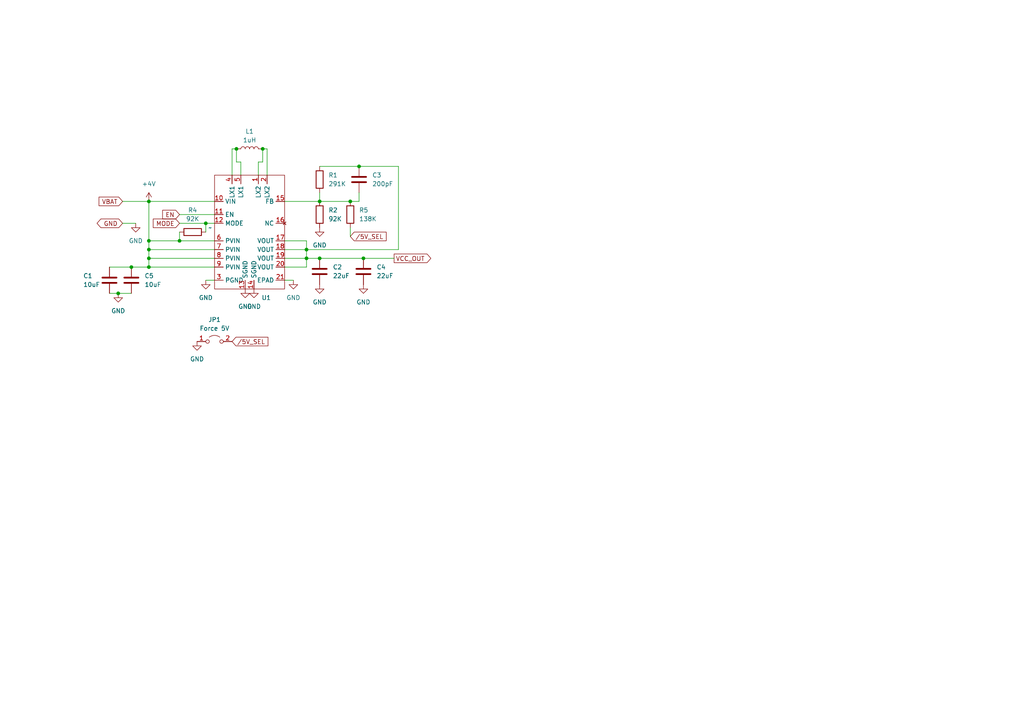
<source format=kicad_sch>
(kicad_sch (version 20230121) (generator eeschema)
  (paper "A4")
  (title_block (title "High-Efficiency DC:DC Converter Module") (rev "1"))
  (lib_symbols
    (symbol "Device:C" (pin_numbers hide) (pin_names (offset 0.254))
      (property "Reference" "C" (at 0.635 2.54 0))
      (property "Value" "C" (at 0.635 -2.54 0))
      (symbol "C_0_1"
        (polyline (pts (xy -2.032 -0.762) (xy 2.032 -0.762)) (stroke (width 0.508)))
        (polyline (pts (xy -2.032 0.762) (xy 2.032 0.762)) (stroke (width 0.508)))
      )
      (symbol "C_1_1"
        (pin passive line (at 0 3.81 270) (length 2.794) (name "~") (number "1"))
        (pin passive line (at 0 -3.81 90) (length 2.794) (name "~") (number "2"))
      )
    )
    (symbol "Device:L" (pin_numbers hide) (pin_names (offset 1.016) hide)
      (property "Reference" "L" (at -1.27 0 90))
      (property "Value" "L" (at 1.905 0 90))
      (symbol "L_0_1"
        (arc (start 0 -2.54) (mid 0.6323 -1.905) (end 0 -1.27))
        (arc (start 0 -1.27) (mid 0.6323 -0.635) (end 0 0))
        (arc (start 0 0) (mid 0.6323 0.635) (end 0 1.27))
        (arc (start 0 1.27) (mid 0.6323 1.905) (end 0 2.54))
      )
      (symbol "L_1_1"
        (pin passive line (at 0 3.81 270) (length 1.27) (name "1") (number "1"))
        (pin passive line (at 0 -3.81 90) (length 1.27) (name "2") (number "2"))
      )
    )
    (symbol "Device:R" (pin_numbers hide) (pin_names (offset 0))
      (property "Reference" "R" (at 2.032 0 90))
      (property "Value" "R" (at 0 0 90))
      (symbol "R_0_1"
        (rectangle (start -1.016 -2.54) (end 1.016 2.54) (stroke (width 0.254)))
      )
      (symbol "R_1_1"
        (pin passive line (at 0 3.81 270) (length 1.27) (name "~") (number "1"))
        (pin passive line (at 0 -3.81 90) (length 1.27) (name "~") (number "2"))
      )
    )
    (symbol "ISL91127:ISL91127IRAZ"
      (property "Reference" "U" (at 0 0 0))
      (symbol "ISL91127IRAZ_0_1"
        (rectangle (start -10.16 16.51) (end 10.16 -16.51))
      )
      (symbol "ISL91127IRAZ_1_1"
        (pin output line (at 2.54 16.51 270) (length 2.54) (name "LX2") (number "1"))
        (pin power_in line (at -10.16 8.89 0) (length 2.54) (name "VIN") (number "10"))
        (pin input line (at -10.16 5.08 0) (length 2.54) (name "EN") (number "11"))
        (pin input line (at -10.16 2.54 0) (length 2.54) (name "MODE") (number "12"))
        (pin power_in line (at -1.27 -16.51 90) (length 2.54) (name "SGND") (number "13"))
        (pin power_in line (at 1.27 -16.51 90) (length 2.54) (name "SGND") (number "14"))
        (pin input line (at 10.16 8.89 180) (length 2.54) (name "FB") (number "15"))
        (pin no_connect line (at 10.16 2.54 180) (length 2.54) (name "NC") (number "16"))
        (pin power_out line (at 10.16 -2.54 180) (length 2.54) (name "VOUT") (number "17"))
        (pin power_out line (at 10.16 -5.08 180) (length 2.54) (name "VOUT") (number "18"))
        (pin power_out line (at 10.16 -7.62 180) (length 2.54) (name "VOUT") (number "19"))
        (pin output line (at 5.08 16.51 270) (length 2.54) (name "LX2") (number "2"))
        (pin power_out line (at 10.16 -10.16 180) (length 2.54) (name "VOUT") (number "20"))
        (pin power_in line (at 10.16 -13.97 180) (length 2.54) (name "EPAD") (number "21"))
        (pin power_in line (at -10.16 -13.97 0) (length 2.54) (name "PGND") (number "3"))
        (pin input line (at -5.08 16.51 270) (length 2.54) (name "LX1") (number "4"))
        (pin input line (at -2.54 16.51 270) (length 2.54) (name "LX1") (number "5"))
        (pin power_in line (at -10.16 -2.54 0) (length 2.54) (name "PVIN") (number "6"))
        (pin power_in line (at -10.16 -5.08 0) (length 2.54) (name "PVIN") (number "7"))
        (pin power_in line (at -10.16 -7.62 0) (length 2.54) (name "PVIN") (number "8"))
        (pin power_in line (at -10.16 -10.16 0) (length 2.54) (name "PVIN") (number "9"))
      )
    )
    (symbol "Jumper:Jumper_2_Open" (pin_names (offset 0) hide)
      (property "Reference" "JP" (at 0 2.794 0))
      (property "Value" "Jumper_2_Open" (at 0 -2.286 0))
      (symbol "Jumper_2_Open_0_0"
        (circle (center -2.032 0) (radius 0.508))
        (circle (center 2.032 0) (radius 0.508))
      )
      (symbol "Jumper_2_Open_0_1"
        (arc (start 1.524 1.27) (mid 0 1.778) (end -1.524 1.27))
      )
      (symbol "Jumper_2_Open_1_1"
        (pin passive line (at -5.08 0 0) (length 2.54) (name "A") (number "1"))
        (pin passive line (at 5.08 0 180) (length 2.54) (name "B") (number "2"))
      )
    )
    (symbol "power:+4V" (power) (pin_names (offset 0))
      (property "Value" "+4V" (at 0 3.556 0))
      (symbol "+4V_0_1"
        (polyline (pts (xy -0.762 1.27) (xy 0 2.54)))
        (polyline (pts (xy 0 0) (xy 0 2.54)))
        (polyline (pts (xy 0 2.54) (xy 0.762 1.27)))
      )
      (symbol "+4V_1_1"
        (pin power_in line (at 0 0 90) (length 0) hide (name "+4V") (number "1"))
      )
    )
    (symbol "power:GND" (power) (pin_names (offset 0))
      (property "Value" "GND" (at 0 -3.81 0))
      (symbol "GND_0_1"
        (polyline (pts (xy 0 0) (xy 0 -1.27) (xy 1.27 -1.27) (xy 0 -2.54) (xy -1.27 -1.27) (xy 0 -1.27)))
      )
      (symbol "GND_1_1"
        (pin power_in line (at 0 0 270) (length 0) hide (name "GND") (number "1"))
      )
    )
  )
  (junction (at 59.69 64.77))
  (junction (at 88.9 74.93))
  (junction (at 88.9 72.39))
  (junction (at 76.2 43.18))
  (junction (at 43.18 72.39))
  (junction (at 101.6 58.42))
  (junction (at 34.29 85.09))
  (junction (at 92.71 58.42))
  (junction (at 92.71 74.93))
  (junction (at 43.18 77.47))
  (junction (at 43.18 74.93))
  (junction (at 105.41 74.93))
  (junction (at 43.18 58.42))
  (junction (at 104.14 48.26))
  (junction (at 52.07 69.85))
  (junction (at 43.18 69.85))
  (junction (at 68.58 43.18))
  (junction (at 38.1 77.47))
  (wire (pts (xy 35.56 58.42) (xy 43.18 58.42)))
  (wire (pts (xy 82.55 77.47) (xy 88.9 77.47)))
  (wire (pts (xy 74.93 46.99) (xy 76.2 46.99)))
  (wire (pts (xy 104.14 55.88) (xy 104.14 58.42)))
  (wire (pts (xy 92.71 58.42) (xy 101.6 58.42)))
  (wire (pts (xy 76.2 43.18) (xy 76.2 46.99)))
  (wire (pts (xy 31.75 77.47) (xy 38.1 77.47)))
  (wire (pts (xy 105.41 74.93) (xy 114.3 74.93)))
  (wire (pts (xy 43.18 74.93) (xy 62.23 74.93)))
  (wire (pts (xy 88.9 74.93) (xy 92.71 74.93)))
  (wire (pts (xy 92.71 55.88) (xy 92.71 58.42)))
  (wire (pts (xy 115.57 48.26) (xy 115.57 72.39)))
  (wire (pts (xy 43.18 58.42) (xy 62.23 58.42)))
  (wire (pts (xy 31.75 85.09) (xy 34.29 85.09)))
  (wire (pts (xy 43.18 69.85) (xy 52.07 69.85)))
  (wire (pts (xy 88.9 69.85) (xy 88.9 72.39)))
  (wire (pts (xy 59.69 64.77) (xy 59.69 67.31)))
  (wire (pts (xy 88.9 72.39) (xy 88.9 74.93)))
  (wire (pts (xy 77.47 50.8) (xy 77.47 43.18)))
  (wire (pts (xy 92.71 48.26) (xy 104.14 48.26)))
  (wire (pts (xy 62.23 69.85) (xy 52.07 69.85)))
  (wire (pts (xy 67.31 43.18) (xy 67.31 50.8)))
  (wire (pts (xy 104.14 48.26) (xy 115.57 48.26)))
  (wire (pts (xy 92.71 74.93) (xy 105.41 74.93)))
  (wire (pts (xy 43.18 72.39) (xy 62.23 72.39)))
  (wire (pts (xy 82.55 81.28) (xy 85.09 81.28)))
  (wire (pts (xy 101.6 58.42) (xy 104.14 58.42)))
  (wire (pts (xy 69.85 46.99) (xy 68.58 46.99)))
  (wire (pts (xy 35.56 64.77) (xy 39.37 64.77)))
  (wire (pts (xy 43.18 77.47) (xy 62.23 77.47)))
  (wire (pts (xy 82.55 69.85) (xy 88.9 69.85)))
  (wire (pts (xy 82.55 74.93) (xy 88.9 74.93)))
  (wire (pts (xy 52.07 67.31) (xy 52.07 69.85)))
  (wire (pts (xy 68.58 46.99) (xy 68.58 43.18)))
  (wire (pts (xy 52.07 64.77) (xy 59.69 64.77)))
  (wire (pts (xy 115.57 72.39) (xy 88.9 72.39)))
  (wire (pts (xy 82.55 72.39) (xy 88.9 72.39)))
  (wire (pts (xy 82.55 58.42) (xy 92.71 58.42)))
  (wire (pts (xy 77.47 43.18) (xy 76.2 43.18)))
  (wire (pts (xy 34.29 85.09) (xy 38.1 85.09)))
  (wire (pts (xy 52.07 62.23) (xy 62.23 62.23)))
  (wire (pts (xy 38.1 77.47) (xy 43.18 77.47)))
  (wire (pts (xy 43.18 58.42) (xy 43.18 69.85)))
  (wire (pts (xy 88.9 74.93) (xy 88.9 77.47)))
  (wire (pts (xy 43.18 74.93) (xy 43.18 77.47)))
  (wire (pts (xy 43.18 72.39) (xy 43.18 74.93)))
  (wire (pts (xy 43.18 69.85) (xy 43.18 72.39)))
  (wire (pts (xy 59.69 81.28) (xy 62.23 81.28)))
  (wire (pts (xy 69.85 50.8) (xy 69.85 46.99)))
  (wire (pts (xy 101.6 66.04) (xy 101.6 68.58)))
  (wire (pts (xy 74.93 50.8) (xy 74.93 46.99)))
  (wire (pts (xy 59.69 64.77) (xy 62.23 64.77)))
  (wire (pts (xy 68.58 43.18) (xy 67.31 43.18)))
  (global_label "{slash}5V_SEL" (shape input) (at 67.31 99.06 0) (property "Intersheetrefs" "${INTERSHEET_REFS}" (effects hide)))
  (global_label "MODE" (shape input) (at 52.07 64.77 180) (property "Intersheetrefs" "${INTERSHEET_REFS}" (effects hide)))
  (global_label "VBAT" (shape input) (at 35.56 58.42 180) (property "Intersheetrefs" "${INTERSHEET_REFS}" (effects hide)))
  (global_label "{slash}5V_SEL" (shape input) (at 101.6 68.58 0) (property "Intersheetrefs" "${INTERSHEET_REFS}" (effects hide)))
  (global_label "GND" (shape bidirectional) (at 35.56 64.77 180) (property "Intersheetrefs" "${INTERSHEET_REFS}" (effects hide)))
  (global_label "VCC_OUT" (shape output) (at 114.3 74.93 0) (property "Intersheetrefs" "${INTERSHEET_REFS}" (effects hide)))
  (global_label "EN" (shape input) (at 52.07 62.23 180) (property "Intersheetrefs" "${INTERSHEET_REFS}" (effects hide)))
  (symbol (lib_id "power:+4V") (at 43.18 58.42 0) (unit 1)
    (property "Reference" "#PWR05" (effects hide))
    (property "Value" "+4V" (at 43.18 53.34 0))
  )
  (symbol (lib_id "Device:R") (at 101.6 62.23 0) (unit 1)
    (property "Reference" "R5" (at 104.14 60.96 0) (effects (justify left)))
    (property "Value" "138K" (at 104.14 63.5 0) (effects (justify left)))
    (property "Footprint" "Resistor_SMD:R_0603_1608Metric" (effects hide))
  )
  (symbol (lib_id "Device:R") (at 92.71 52.07 0) (unit 1)
    (property "Reference" "R1" (at 95.25 50.8 0) (effects (justify left)))
    (property "Value" "291K" (at 95.25 53.34 0) (effects (justify left)))
    (property "Footprint" "Resistor_SMD:R_0603_1608Metric" (effects hide))
  )
  (symbol (lib_id "power:GND") (at 85.09 81.28 0) (unit 1)
    (property "Reference" "#PWR03" (effects hide))
    (property "Value" "GND" (at 85.09 86.36 0))
  )
  (symbol (lib_id "power:GND") (at 57.15 99.06 0) (unit 1)
    (property "Reference" "#PWR011" (effects hide))
    (property "Value" "GND" (at 57.15 104.14 0))
  )
  (symbol (lib_id "ISL91127:ISL91127IRAZ") (at 72.39 67.31 0) (unit 1)
    (property "Reference" "U1" (at 75.8541 86.36 0) (effects (justify left)))
    (property "Value" "~" (at 60.96 66.04 0))
    (property "Footprint" "QFN20:QFN50P400X400X90-21N" (effects hide))
  )
  (symbol (lib_id "Device:R") (at 92.71 62.23 0) (unit 1)
    (property "Reference" "R2" (at 95.25 60.96 0) (effects (justify left)))
    (property "Value" "92K" (at 95.25 63.5 0) (effects (justify left)))
    (property "Footprint" "Resistor_SMD:R_0603_1608Metric" (effects hide))
  )
  (symbol (lib_id "power:GND") (at 39.37 64.77 0) (unit 1)
    (property "Reference" "#PWR010" (effects hide))
    (property "Value" "GND" (at 39.37 69.85 0))
  )
  (symbol (lib_id "Device:R") (at 55.88 67.31 90) (unit 1)
    (property "Reference" "R4" (at 55.88 60.96 90))
    (property "Value" "92K" (at 55.88 63.5 90))
    (property "Footprint" "Resistor_SMD:R_0603_1608Metric" (effects hide))
  )
  (symbol (lib_id "Device:C") (at 31.75 81.28 0) (unit 1)
    (property "Reference" "C1" (at 24.13 80.01 0) (effects (justify left)))
    (property "Value" "10uF" (at 24.13 82.55 0) (effects (justify left)))
    (property "Footprint" "Capacitor_SMD:C_0805_2012Metric" (effects hide))
  )
  (symbol (lib_id "Device:C") (at 104.14 52.07 0) (unit 1)
    (property "Reference" "C3" (at 107.95 50.8 0) (effects (justify left)))
    (property "Value" "200pF" (at 107.95 53.34 0) (effects (justify left)))
    (property "Footprint" "Capacitor_SMD:C_0805_2012Metric" (effects hide))
  )
  (symbol (lib_id "power:GND") (at 105.41 82.55 0) (unit 1)
    (property "Reference" "#PWR09" (effects hide))
    (property "Value" "GND" (at 105.41 87.63 0))
  )
  (symbol (lib_id "Jumper:Jumper_2_Open") (at 62.23 99.06 0) (unit 1)
    (property "Reference" "JP1" (at 62.23 92.71 0))
    (property "Value" "Force 5V" (at 62.23 95.25 0))
    (property "Footprint" "Jumper:SolderJumper-2_P1.3mm_Open_RoundedPad1.0x1.5mm" (effects hide))
  )
  (symbol (lib_id "Device:C") (at 38.1 81.28 0) (unit 1)
    (property "Reference" "C5" (at 41.91 80.01 0) (effects (justify left)))
    (property "Value" "10uF" (at 41.91 82.55 0) (effects (justify left)))
    (property "Footprint" "Capacitor_SMD:C_0805_2012Metric" (effects hide))
  )
  (symbol (lib_id "power:GND") (at 73.66 83.82 0) (unit 1)
    (property "Reference" "#PWR02" (effects hide))
    (property "Value" "GND" (at 73.66 88.9 0))
  )
  (symbol (lib_id "power:GND") (at 34.29 85.09 0) (unit 1)
    (property "Reference" "#PWR06" (effects hide))
    (property "Value" "GND" (at 34.29 90.17 0))
  )
  (symbol (lib_id "Device:C") (at 92.71 78.74 0) (unit 1)
    (property "Reference" "C2" (at 96.52 77.47 0) (effects (justify left)))
    (property "Value" "22uF" (at 96.52 80.01 0) (effects (justify left)))
    (property "Footprint" "Capacitor_SMD:C_0805_2012Metric" (effects hide))
  )
  (symbol (lib_id "power:GND") (at 59.69 81.28 0) (unit 1)
    (property "Reference" "#PWR04" (effects hide))
    (property "Value" "GND" (at 59.69 86.36 0))
  )
  (symbol (lib_id "power:GND") (at 71.12 83.82 0) (unit 1)
    (property "Reference" "#PWR01" (effects hide))
    (property "Value" "GND" (at 71.12 88.9 0))
  )
  (symbol (lib_id "Device:C") (at 105.41 78.74 0) (unit 1)
    (property "Reference" "C4" (at 109.22 77.47 0) (effects (justify left)))
    (property "Value" "22uF" (at 109.22 80.01 0) (effects (justify left)))
    (property "Footprint" "Capacitor_SMD:C_0805_2012Metric" (effects hide))
  )
  (symbol (lib_id "power:GND") (at 92.71 66.04 0) (unit 1)
    (property "Reference" "#PWR07" (effects hide))
    (property "Value" "GND" (at 92.71 71.12 0))
  )
  (symbol (lib_id "Device:L") (at 72.39 43.18 90) (unit 1)
    (property "Reference" "L1" (at 72.39 38.1 90))
    (property "Value" "1uH" (at 72.39 40.64 90))
    (property "Footprint" "Inductor_SMD:L_1008_2520Metric" (effects hide))
  )
  (symbol (lib_id "power:GND") (at 92.71 82.55 0) (unit 1)
    (property "Reference" "#PWR08" (effects hide))
    (property "Value" "GND" (at 92.71 87.63 0))
  )
)
</source>
